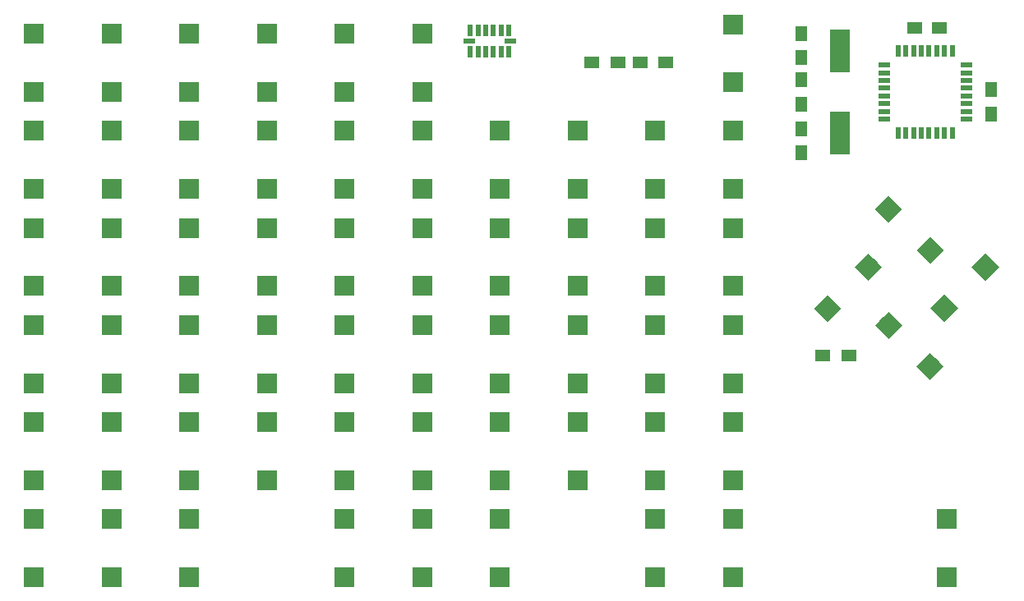
<source format=gbr>
G04 #@! TF.GenerationSoftware,KiCad,Pcbnew,(5.1.0)-1*
G04 #@! TF.CreationDate,2019-08-29T13:47:09+02:00*
G04 #@! TF.ProjectId,atkeyboard,61746b65-7962-46f6-9172-642e6b696361,rev?*
G04 #@! TF.SameCoordinates,Original*
G04 #@! TF.FileFunction,Paste,Top*
G04 #@! TF.FilePolarity,Positive*
%FSLAX46Y46*%
G04 Gerber Fmt 4.6, Leading zero omitted, Abs format (unit mm)*
G04 Created by KiCad (PCBNEW (5.1.0)-1) date 2019-08-29 13:47:09*
%MOMM*%
%LPD*%
G04 APERTURE LIST*
%ADD10R,1.145000X0.550000*%
%ADD11R,0.550000X1.145000*%
%ADD12R,2.000000X2.000000*%
%ADD13R,1.500000X1.250000*%
%ADD14R,1.250000X1.500000*%
%ADD15R,1.500000X1.300000*%
%ADD16R,0.600000X1.200000*%
%ADD17R,1.200000X0.600000*%
%ADD18C,2.000000*%
%ADD19C,0.100000*%
%ADD20R,2.000000X4.500000*%
G04 APERTURE END LIST*
D10*
X146029100Y-95707200D03*
X141829100Y-95707200D03*
D11*
X141929100Y-96807200D03*
X142729100Y-96807200D03*
X145929100Y-96807200D03*
X145129100Y-96807200D03*
X144329100Y-96807200D03*
X143529100Y-96807200D03*
X143529100Y-94607200D03*
X144329100Y-94607200D03*
X145129100Y-94607200D03*
X145929100Y-94607200D03*
X142729100Y-94607200D03*
X141929100Y-94607200D03*
D12*
X105000000Y-95000000D03*
X105000000Y-101000000D03*
X169000000Y-94000000D03*
X169000000Y-100000000D03*
D13*
X187750000Y-94400000D03*
X190250000Y-94400000D03*
D14*
X176000000Y-107250000D03*
X176000000Y-104750000D03*
X176000000Y-99750000D03*
X176000000Y-102250000D03*
X176000000Y-94950000D03*
X176000000Y-97450000D03*
X195600000Y-100750000D03*
X195600000Y-103250000D03*
D15*
X180950000Y-128200000D03*
X178250000Y-128200000D03*
D16*
X186000000Y-96750000D03*
X186800000Y-96750000D03*
X187600000Y-96750000D03*
X188400000Y-96750000D03*
X189200000Y-96750000D03*
X190000000Y-96750000D03*
X190800000Y-96750000D03*
X191600000Y-96750000D03*
D17*
X193050000Y-98200000D03*
X193050000Y-99000000D03*
X193050000Y-99800000D03*
X193050000Y-100600000D03*
X193050000Y-101400000D03*
X193050000Y-102200000D03*
X193050000Y-103000000D03*
X193050000Y-103800000D03*
D16*
X191600000Y-105250000D03*
X190800000Y-105250000D03*
X190000000Y-105250000D03*
X189200000Y-105250000D03*
X188400000Y-105250000D03*
X187600000Y-105250000D03*
X186800000Y-105250000D03*
X186000000Y-105250000D03*
D17*
X184550000Y-103800000D03*
X184550000Y-103000000D03*
X184550000Y-102200000D03*
X184550000Y-101400000D03*
X184550000Y-100600000D03*
X184550000Y-99800000D03*
X184550000Y-99000000D03*
X184550000Y-98200000D03*
D12*
X191000000Y-151000000D03*
X191000000Y-145000000D03*
X97000000Y-125000000D03*
X97000000Y-131000000D03*
X113000000Y-145000000D03*
X113000000Y-151000000D03*
X161000000Y-151000000D03*
X161000000Y-145000000D03*
X137000000Y-135000000D03*
X137000000Y-141000000D03*
X169000000Y-125000000D03*
X169000000Y-131000000D03*
X121000000Y-141000000D03*
X121000000Y-135000000D03*
X97000000Y-145000000D03*
X97000000Y-151000000D03*
X113000000Y-125000000D03*
X113000000Y-131000000D03*
D18*
X189292893Y-129292893D03*
D19*
G36*
X189292893Y-130707107D02*
G01*
X187878679Y-129292893D01*
X189292893Y-127878679D01*
X190707107Y-129292893D01*
X189292893Y-130707107D01*
X189292893Y-130707107D01*
G37*
D18*
X185050253Y-125050253D03*
D19*
G36*
X185050253Y-126464467D02*
G01*
X183636039Y-125050253D01*
X185050253Y-123636039D01*
X186464467Y-125050253D01*
X185050253Y-126464467D01*
X185050253Y-126464467D01*
G37*
D12*
X113000000Y-115000000D03*
X113000000Y-121000000D03*
X97000000Y-95000000D03*
X97000000Y-101000000D03*
X97000000Y-141000000D03*
X97000000Y-135000000D03*
X121000000Y-131000000D03*
X121000000Y-125000000D03*
X113000000Y-101000000D03*
X113000000Y-95000000D03*
X121000000Y-95000000D03*
X121000000Y-101000000D03*
X129000000Y-101000000D03*
X129000000Y-95000000D03*
X137000000Y-95000000D03*
X137000000Y-101000000D03*
X129000000Y-125000000D03*
X129000000Y-131000000D03*
X137000000Y-125000000D03*
X137000000Y-131000000D03*
X153000000Y-115000000D03*
X153000000Y-121000000D03*
X145000000Y-131000000D03*
X145000000Y-125000000D03*
X153000000Y-125000000D03*
X153000000Y-131000000D03*
X161000000Y-131000000D03*
X161000000Y-125000000D03*
D18*
X178707107Y-123292893D03*
D19*
G36*
X177292893Y-123292893D02*
G01*
X178707107Y-121878679D01*
X180121321Y-123292893D01*
X178707107Y-124707107D01*
X177292893Y-123292893D01*
X177292893Y-123292893D01*
G37*
D18*
X182949747Y-119050253D03*
D19*
G36*
X181535533Y-119050253D02*
G01*
X182949747Y-117636039D01*
X184363961Y-119050253D01*
X182949747Y-120464467D01*
X181535533Y-119050253D01*
X181535533Y-119050253D01*
G37*
D12*
X153000000Y-135000000D03*
X153000000Y-141000000D03*
X145000000Y-141000000D03*
X145000000Y-135000000D03*
X161000000Y-121000000D03*
X161000000Y-115000000D03*
X169000000Y-121000000D03*
X169000000Y-115000000D03*
X97000000Y-115000000D03*
X97000000Y-121000000D03*
X121000000Y-121000000D03*
X121000000Y-115000000D03*
X169000000Y-141000000D03*
X169000000Y-135000000D03*
D18*
X190757107Y-123242893D03*
D19*
G36*
X189342893Y-123242893D02*
G01*
X190757107Y-121828679D01*
X192171321Y-123242893D01*
X190757107Y-124657107D01*
X189342893Y-123242893D01*
X189342893Y-123242893D01*
G37*
D18*
X194999747Y-119000253D03*
D19*
G36*
X193585533Y-119000253D02*
G01*
X194999747Y-117586039D01*
X196413961Y-119000253D01*
X194999747Y-120414467D01*
X193585533Y-119000253D01*
X193585533Y-119000253D01*
G37*
D12*
X105000000Y-131000000D03*
X105000000Y-125000000D03*
X105000000Y-151000000D03*
X105000000Y-145000000D03*
X169000000Y-145000000D03*
X169000000Y-151000000D03*
X129000000Y-145000000D03*
X129000000Y-151000000D03*
X137000000Y-151000000D03*
X137000000Y-145000000D03*
X145000000Y-145000000D03*
X145000000Y-151000000D03*
X161000000Y-135000000D03*
X161000000Y-141000000D03*
X129000000Y-121000000D03*
X129000000Y-115000000D03*
X145000000Y-115000000D03*
X145000000Y-121000000D03*
D18*
X185050253Y-113050253D03*
D19*
G36*
X185050253Y-114464467D02*
G01*
X183636039Y-113050253D01*
X185050253Y-111636039D01*
X186464467Y-113050253D01*
X185050253Y-114464467D01*
X185050253Y-114464467D01*
G37*
D18*
X189292893Y-117292893D03*
D19*
G36*
X189292893Y-118707107D02*
G01*
X187878679Y-117292893D01*
X189292893Y-115878679D01*
X190707107Y-117292893D01*
X189292893Y-118707107D01*
X189292893Y-118707107D01*
G37*
D12*
X129000000Y-135000000D03*
X129000000Y-141000000D03*
X105000000Y-121000000D03*
X105000000Y-115000000D03*
X113000000Y-135000000D03*
X113000000Y-141000000D03*
D20*
X180000000Y-105250000D03*
X180000000Y-96750000D03*
D12*
X137000000Y-121000000D03*
X137000000Y-115000000D03*
X105000000Y-141000000D03*
X105000000Y-135000000D03*
X97000000Y-111000000D03*
X97000000Y-105000000D03*
X105000000Y-111000000D03*
X105000000Y-105000000D03*
X113000000Y-111000000D03*
X113000000Y-105000000D03*
X121000000Y-105000000D03*
X121000000Y-111000000D03*
X129000000Y-111000000D03*
X129000000Y-105000000D03*
X137000000Y-105000000D03*
X137000000Y-111000000D03*
X145000000Y-111000000D03*
X145000000Y-105000000D03*
X153000000Y-105000000D03*
X153000000Y-111000000D03*
X161000000Y-111000000D03*
X161000000Y-105000000D03*
X169000000Y-105000000D03*
X169000000Y-111000000D03*
D15*
X159406600Y-97967800D03*
X162106600Y-97967800D03*
X154428200Y-97967800D03*
X157128200Y-97967800D03*
M02*

</source>
